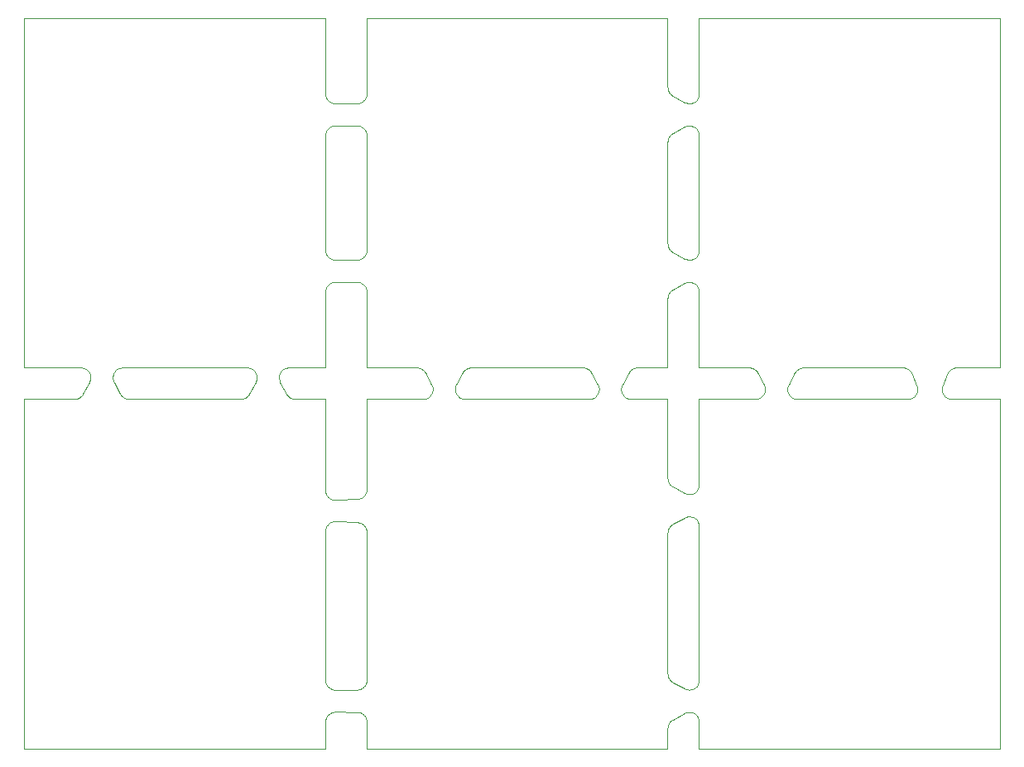
<source format=gko>
%MOIN*%
%OFA0B0*%
%FSLAX44Y44*%
%IPPOS*%
%LPD*%
%ADD10C,0*%
D10*
X00004246Y00023972D02*
X00004246Y00023972D01*
X00004225Y00023973D01*
X00004204Y00023974D01*
X00004183Y00023977D01*
X00004162Y00023981D01*
X00004141Y00023986D01*
X00004121Y00023993D01*
X00004101Y00024000D01*
X00004081Y00024008D01*
X00004062Y00024018D01*
X00004044Y00024028D01*
X00004026Y00024040D01*
X00004009Y00024052D01*
X00003992Y00024065D01*
X00003976Y00024079D01*
X00003961Y00024094D01*
X00003947Y00024110D01*
X00003934Y00024127D01*
X00003921Y00024144D01*
X00003910Y00024162D01*
X00003899Y00024180D01*
X00003645Y00024657D01*
X00003627Y00024694D01*
X00003614Y00024732D01*
X00003605Y00024772D01*
X00003599Y00024812D01*
X00003598Y00024853D01*
X00003601Y00024893D01*
X00003609Y00024933D01*
X00003620Y00024972D01*
X00003635Y00025009D01*
X00003654Y00025045D01*
X00003677Y00025079D01*
X00003703Y00025110D01*
X00003732Y00025138D01*
X00003764Y00025163D01*
X00003798Y00025185D01*
X00003834Y00025203D01*
X00003872Y00025218D01*
X00003911Y00025228D01*
X00003951Y00025234D01*
X00003992Y00025236D01*
X00008999Y00025236D01*
X00009040Y00025234D01*
X00009080Y00025228D01*
X00009119Y00025218D01*
X00009157Y00025203D01*
X00009193Y00025185D01*
X00009227Y00025163D01*
X00009259Y00025138D01*
X00009288Y00025110D01*
X00009314Y00025079D01*
X00009337Y00025045D01*
X00009356Y00025009D01*
X00009371Y00024972D01*
X00009382Y00024933D01*
X00009390Y00024893D01*
X00009393Y00024853D01*
X00009392Y00024812D01*
X00009386Y00024772D01*
X00009377Y00024732D01*
X00009364Y00024694D01*
X00009347Y00024657D01*
X00009092Y00024180D01*
X00009082Y00024162D01*
X00009070Y00024144D01*
X00009058Y00024127D01*
X00009044Y00024110D01*
X00009030Y00024094D01*
X00009015Y00024079D01*
X00008999Y00024065D01*
X00008982Y00024052D01*
X00008965Y00024040D01*
X00008947Y00024028D01*
X00008929Y00024018D01*
X00008910Y00024008D01*
X00008890Y00024000D01*
X00008870Y00023993D01*
X00008850Y00023986D01*
X00008829Y00023981D01*
X00008808Y00023977D01*
X00008787Y00023974D01*
X00008766Y00023973D01*
X00008745Y00023972D01*
X00004246Y00023972D01*
X00025939Y00034336D02*
X00025939Y00034336D01*
X00025940Y00034357D01*
X00025941Y00034378D01*
X00025944Y00034400D01*
X00025948Y00034420D01*
X00025953Y00034441D01*
X00025960Y00034462D01*
X00025967Y00034482D01*
X00025975Y00034501D01*
X00025985Y00034520D01*
X00025995Y00034539D01*
X00026007Y00034557D01*
X00026019Y00034574D01*
X00026033Y00034591D01*
X00026047Y00034607D01*
X00026062Y00034622D01*
X00026078Y00034636D01*
X00026094Y00034649D01*
X00026112Y00034662D01*
X00026130Y00034673D01*
X00026148Y00034684D01*
X00026627Y00034937D01*
X00026663Y00034955D01*
X00026702Y00034968D01*
X00026741Y00034977D01*
X00026781Y00034982D01*
X00026822Y00034983D01*
X00026862Y00034980D01*
X00026902Y00034973D01*
X00026941Y00034961D01*
X00026978Y00034946D01*
X00027014Y00034927D01*
X00027048Y00034904D01*
X00027079Y00034878D01*
X00027107Y00034849D01*
X00027132Y00034818D01*
X00027154Y00034784D01*
X00027172Y00034747D01*
X00027186Y00034709D01*
X00027197Y00034670D01*
X00027203Y00034630D01*
X00027205Y00034590D01*
X00027205Y00029976D01*
X00027203Y00029936D01*
X00027197Y00029896D01*
X00027186Y00029857D01*
X00027172Y00029819D01*
X00027154Y00029782D01*
X00027132Y00029748D01*
X00027107Y00029716D01*
X00027079Y00029687D01*
X00027048Y00029661D01*
X00027014Y00029639D01*
X00026978Y00029620D01*
X00026941Y00029604D01*
X00026902Y00029593D01*
X00026862Y00029586D01*
X00026822Y00029583D01*
X00026781Y00029584D01*
X00026741Y00029589D01*
X00026702Y00029598D01*
X00026663Y00029611D01*
X00026627Y00029628D01*
X00026148Y00029882D01*
X00026130Y00029893D01*
X00026112Y00029904D01*
X00026094Y00029917D01*
X00026078Y00029930D01*
X00026062Y00029944D01*
X00026047Y00029959D01*
X00026033Y00029975D01*
X00026019Y00029992D01*
X00026007Y00030009D01*
X00025995Y00030027D01*
X00025985Y00030046D01*
X00025975Y00030065D01*
X00025967Y00030084D01*
X00025960Y00030104D01*
X00025953Y00030125D01*
X00025948Y00030145D01*
X00025944Y00030166D01*
X00025941Y00030188D01*
X00025940Y00030209D01*
X00025939Y00030230D01*
X00025939Y00034336D01*
X00012160Y00034594D02*
X00012160Y00034594D01*
X00012161Y00034625D01*
X00012164Y00034656D01*
X00012170Y00034687D01*
X00012179Y00034716D01*
X00012190Y00034746D01*
X00012203Y00034774D01*
X00012218Y00034801D01*
X00012235Y00034826D01*
X00012254Y00034851D01*
X00012276Y00034874D01*
X00012298Y00034894D01*
X00012323Y00034914D01*
X00012349Y00034931D01*
X00012376Y00034946D01*
X00012404Y00034959D01*
X00012433Y00034969D01*
X00012463Y00034978D01*
X00012493Y00034984D01*
X00012524Y00034987D01*
X00012555Y00034988D01*
X00013427Y00034983D01*
X00013458Y00034982D01*
X00013489Y00034978D01*
X00013519Y00034972D01*
X00013549Y00034964D01*
X00013577Y00034953D01*
X00013605Y00034940D01*
X00013632Y00034925D01*
X00013658Y00034907D01*
X00013682Y00034888D01*
X00013704Y00034867D01*
X00013725Y00034845D01*
X00013744Y00034820D01*
X00013761Y00034795D01*
X00013776Y00034768D01*
X00013789Y00034740D01*
X00013800Y00034711D01*
X00013808Y00034681D01*
X00013814Y00034651D01*
X00013818Y00034620D01*
X00013819Y00034590D01*
X00013819Y00029976D01*
X00013818Y00029945D01*
X00013814Y00029915D01*
X00013808Y00029885D01*
X00013800Y00029855D01*
X00013789Y00029826D01*
X00013776Y00029798D01*
X00013761Y00029771D01*
X00013744Y00029745D01*
X00013725Y00029721D01*
X00013704Y00029699D01*
X00013682Y00029678D01*
X00013658Y00029658D01*
X00013632Y00029641D01*
X00013605Y00029626D01*
X00013577Y00029613D01*
X00013549Y00029602D01*
X00013519Y00029594D01*
X00013489Y00029588D01*
X00013458Y00029584D01*
X00013427Y00029583D01*
X00012555Y00029578D01*
X00012524Y00029579D01*
X00012493Y00029582D01*
X00012463Y00029588D01*
X00012433Y00029597D01*
X00012404Y00029607D01*
X00012376Y00029620D01*
X00012349Y00029635D01*
X00012323Y00029652D01*
X00012298Y00029671D01*
X00012276Y00029692D01*
X00012254Y00029715D01*
X00012235Y00029739D01*
X00012218Y00029765D01*
X00012203Y00029792D01*
X00012190Y00029820D01*
X00012179Y00029849D01*
X00012170Y00029879D01*
X00012164Y00029910D01*
X00012161Y00029941D01*
X00012160Y00029972D01*
X00012160Y00034594D01*
X00010939Y00023972D02*
X00010939Y00023972D01*
X00010918Y00023973D01*
X00010897Y00023974D01*
X00010876Y00023977D01*
X00010855Y00023981D01*
X00010834Y00023986D01*
X00010814Y00023993D01*
X00010794Y00024000D01*
X00010774Y00024008D01*
X00010755Y00024018D01*
X00010737Y00024028D01*
X00010719Y00024040D01*
X00010702Y00024052D01*
X00010685Y00024065D01*
X00010669Y00024079D01*
X00010654Y00024094D01*
X00010640Y00024110D01*
X00010626Y00024127D01*
X00010614Y00024144D01*
X00010602Y00024162D01*
X00010592Y00024180D01*
X00010338Y00024657D01*
X00010320Y00024694D01*
X00010307Y00024732D01*
X00010298Y00024772D01*
X00010292Y00024812D01*
X00010291Y00024853D01*
X00010294Y00024893D01*
X00010302Y00024933D01*
X00010313Y00024972D01*
X00010328Y00025009D01*
X00010347Y00025045D01*
X00010370Y00025079D01*
X00010396Y00025110D01*
X00010425Y00025138D01*
X00010457Y00025163D01*
X00010491Y00025185D01*
X00010527Y00025203D01*
X00010565Y00025218D01*
X00010604Y00025228D01*
X00010644Y00025234D01*
X00010685Y00025236D01*
X00012160Y00025236D01*
X00012160Y00028295D01*
X00012161Y00028326D01*
X00012164Y00028357D01*
X00012170Y00028387D01*
X00012179Y00028417D01*
X00012190Y00028446D01*
X00012203Y00028474D01*
X00012218Y00028502D01*
X00012235Y00028527D01*
X00012254Y00028552D01*
X00012276Y00028574D01*
X00012298Y00028595D01*
X00012323Y00028614D01*
X00012349Y00028632D01*
X00012376Y00028647D01*
X00012404Y00028659D01*
X00012433Y00028670D01*
X00012463Y00028678D01*
X00012493Y00028684D01*
X00012524Y00028688D01*
X00012555Y00028689D01*
X00013427Y00028684D01*
X00013458Y00028683D01*
X00013489Y00028679D01*
X00013519Y00028673D01*
X00013549Y00028664D01*
X00013577Y00028654D01*
X00013605Y00028641D01*
X00013632Y00028625D01*
X00013658Y00028608D01*
X00013682Y00028589D01*
X00013704Y00028568D01*
X00013725Y00028545D01*
X00013744Y00028521D01*
X00013761Y00028496D01*
X00013776Y00028469D01*
X00013789Y00028441D01*
X00013800Y00028412D01*
X00013808Y00028382D01*
X00013814Y00028352D01*
X00013818Y00028321D01*
X00013819Y00028291D01*
X00013819Y00025236D01*
X00015830Y00025236D01*
X00015851Y00025236D01*
X00015872Y00025234D01*
X00015893Y00025231D01*
X00015914Y00025227D01*
X00015934Y00025222D01*
X00015955Y00025216D01*
X00015974Y00025209D01*
X00015994Y00025201D01*
X00016013Y00025191D01*
X00016031Y00025181D01*
X00016049Y00025170D01*
X00016066Y00025157D01*
X00016083Y00025144D01*
X00016099Y00025130D01*
X00016114Y00025116D01*
X00016128Y00025100D01*
X00016141Y00025084D01*
X00016154Y00025066D01*
X00016165Y00025049D01*
X00016176Y00025030D01*
X00016435Y00024554D01*
X00016452Y00024517D01*
X00016466Y00024479D01*
X00016476Y00024439D01*
X00016481Y00024399D01*
X00016483Y00024358D01*
X00016480Y00024317D01*
X00016473Y00024277D01*
X00016461Y00024238D01*
X00016446Y00024200D01*
X00016427Y00024164D01*
X00016405Y00024131D01*
X00016379Y00024099D01*
X00016350Y00024071D01*
X00016318Y00024045D01*
X00016284Y00024023D01*
X00016247Y00024005D01*
X00016209Y00023991D01*
X00016170Y00023980D01*
X00016130Y00023974D01*
X00016089Y00023972D01*
X00013819Y00023972D01*
X00013819Y00020337D01*
X00013818Y00020307D01*
X00013815Y00020277D01*
X00013809Y00020248D01*
X00013801Y00020219D01*
X00013791Y00020191D01*
X00013779Y00020164D01*
X00013765Y00020138D01*
X00013749Y00020112D01*
X00013731Y00020089D01*
X00013711Y00020066D01*
X00013690Y00020045D01*
X00013667Y00020026D01*
X00013643Y00020009D01*
X00013617Y00019993D01*
X00013591Y00019980D01*
X00013563Y00019968D01*
X00013535Y00019959D01*
X00013506Y00019951D01*
X00013476Y00019946D01*
X00013447Y00019944D01*
X00012574Y00019897D01*
X00012542Y00019896D01*
X00012511Y00019898D01*
X00012479Y00019903D01*
X00012448Y00019910D01*
X00012417Y00019920D01*
X00012388Y00019932D01*
X00012359Y00019947D01*
X00012332Y00019964D01*
X00012307Y00019983D01*
X00012282Y00020004D01*
X00012260Y00020027D01*
X00012240Y00020051D01*
X00012221Y00020078D01*
X00012205Y00020105D01*
X00012192Y00020134D01*
X00012180Y00020164D01*
X00012171Y00020195D01*
X00012165Y00020226D01*
X00012161Y00020258D01*
X00012160Y00020290D01*
X00012160Y00023972D01*
X00010939Y00023972D01*
X00024461Y00023972D02*
X00024461Y00023972D01*
X00024421Y00023974D01*
X00024380Y00023980D01*
X00024341Y00023991D01*
X00024303Y00024005D01*
X00024267Y00024023D01*
X00024232Y00024045D01*
X00024200Y00024071D01*
X00024171Y00024099D01*
X00024145Y00024131D01*
X00024123Y00024164D01*
X00024104Y00024200D01*
X00024089Y00024238D01*
X00024078Y00024277D01*
X00024071Y00024317D01*
X00024068Y00024358D01*
X00024069Y00024399D01*
X00024074Y00024439D01*
X00024084Y00024479D01*
X00024098Y00024517D01*
X00024115Y00024554D01*
X00024374Y00025030D01*
X00024385Y00025049D01*
X00024396Y00025066D01*
X00024409Y00025084D01*
X00024422Y00025100D01*
X00024436Y00025116D01*
X00024451Y00025130D01*
X00024467Y00025144D01*
X00024484Y00025157D01*
X00024501Y00025170D01*
X00024519Y00025181D01*
X00024537Y00025191D01*
X00024556Y00025201D01*
X00024576Y00025209D01*
X00024596Y00025216D01*
X00024616Y00025222D01*
X00024636Y00025227D01*
X00024657Y00025231D01*
X00024678Y00025234D01*
X00024699Y00025236D01*
X00024720Y00025236D01*
X00025939Y00025236D01*
X00025939Y00028037D01*
X00025940Y00028058D01*
X00025941Y00028079D01*
X00025944Y00028100D01*
X00025948Y00028121D01*
X00025953Y00028142D01*
X00025960Y00028162D01*
X00025967Y00028182D01*
X00025975Y00028202D01*
X00025985Y00028221D01*
X00025995Y00028240D01*
X00026007Y00028258D01*
X00026019Y00028275D01*
X00026033Y00028291D01*
X00026047Y00028307D01*
X00026062Y00028322D01*
X00026078Y00028337D01*
X00026094Y00028350D01*
X00026112Y00028362D01*
X00026130Y00028374D01*
X00026148Y00028384D01*
X00026627Y00028638D01*
X00026663Y00028655D01*
X00026702Y00028669D01*
X00026741Y00028678D01*
X00026781Y00028683D01*
X00026822Y00028684D01*
X00026862Y00028681D01*
X00026902Y00028674D01*
X00026941Y00028662D01*
X00026978Y00028647D01*
X00027014Y00028628D01*
X00027048Y00028605D01*
X00027079Y00028579D01*
X00027107Y00028550D01*
X00027132Y00028518D01*
X00027154Y00028484D01*
X00027172Y00028448D01*
X00027186Y00028410D01*
X00027197Y00028371D01*
X00027203Y00028331D01*
X00027205Y00028291D01*
X00027205Y00025236D01*
X00029216Y00025236D01*
X00029237Y00025236D01*
X00029258Y00025234D01*
X00029279Y00025231D01*
X00029300Y00025227D01*
X00029320Y00025222D01*
X00029340Y00025216D01*
X00029360Y00025209D01*
X00029380Y00025201D01*
X00029399Y00025191D01*
X00029417Y00025181D01*
X00029435Y00025170D01*
X00029452Y00025157D01*
X00029469Y00025144D01*
X00029485Y00025130D01*
X00029500Y00025116D01*
X00029514Y00025100D01*
X00029527Y00025084D01*
X00029540Y00025066D01*
X00029551Y00025049D01*
X00029562Y00025030D01*
X00029821Y00024554D01*
X00029838Y00024517D01*
X00029852Y00024479D01*
X00029862Y00024439D01*
X00029867Y00024399D01*
X00029868Y00024358D01*
X00029866Y00024317D01*
X00029858Y00024277D01*
X00029847Y00024238D01*
X00029832Y00024200D01*
X00029813Y00024164D01*
X00029791Y00024131D01*
X00029765Y00024099D01*
X00029736Y00024071D01*
X00029704Y00024045D01*
X00029669Y00024023D01*
X00029633Y00024005D01*
X00029595Y00023991D01*
X00029556Y00023980D01*
X00029515Y00023974D01*
X00029475Y00023972D01*
X00027205Y00023972D01*
X00027205Y00020527D01*
X00027203Y00020487D01*
X00027197Y00020447D01*
X00027186Y00020408D01*
X00027172Y00020370D01*
X00027154Y00020334D01*
X00027132Y00020299D01*
X00027107Y00020268D01*
X00027079Y00020239D01*
X00027048Y00020213D01*
X00027014Y00020190D01*
X00026978Y00020171D01*
X00026941Y00020156D01*
X00026902Y00020144D01*
X00026862Y00020137D01*
X00026822Y00020134D01*
X00026781Y00020135D01*
X00026741Y00020140D01*
X00026702Y00020149D01*
X00026663Y00020163D01*
X00026627Y00020180D01*
X00026148Y00020433D01*
X00026130Y00020444D01*
X00026112Y00020455D01*
X00026094Y00020468D01*
X00026078Y00020481D01*
X00026062Y00020496D01*
X00026047Y00020511D01*
X00026033Y00020526D01*
X00026019Y00020543D01*
X00026007Y00020560D01*
X00025995Y00020578D01*
X00025985Y00020597D01*
X00025975Y00020616D01*
X00025967Y00020636D01*
X00025960Y00020656D01*
X00025953Y00020676D01*
X00025948Y00020697D01*
X00025944Y00020718D01*
X00025941Y00020739D01*
X00025940Y00020760D01*
X00025939Y00020781D01*
X00025939Y00023972D01*
X00024461Y00023972D01*
X00013819Y00012653D02*
X00013819Y00012653D01*
X00013818Y00012623D01*
X00013814Y00012592D01*
X00013808Y00012562D01*
X00013800Y00012532D01*
X00013789Y00012503D01*
X00013776Y00012475D01*
X00013761Y00012448D01*
X00013744Y00012423D01*
X00013725Y00012398D01*
X00013704Y00012376D01*
X00013682Y00012355D01*
X00013658Y00012336D01*
X00013632Y00012318D01*
X00013605Y00012303D01*
X00013577Y00012290D01*
X00013549Y00012279D01*
X00013519Y00012271D01*
X00013489Y00012265D01*
X00013458Y00012261D01*
X00013427Y00012260D01*
X00012555Y00012255D01*
X00012524Y00012256D01*
X00012493Y00012260D01*
X00012463Y00012265D01*
X00012433Y00012274D01*
X00012404Y00012284D01*
X00012376Y00012297D01*
X00012349Y00012312D01*
X00012323Y00012329D01*
X00012298Y00012349D01*
X00012276Y00012370D01*
X00012254Y00012392D01*
X00012235Y00012417D01*
X00012218Y00012442D01*
X00012203Y00012469D01*
X00012190Y00012498D01*
X00012179Y00012527D01*
X00012170Y00012557D01*
X00012164Y00012587D01*
X00012161Y00012618D01*
X00012160Y00012649D01*
X00012160Y00018657D01*
X00012161Y00018689D01*
X00012165Y00018721D01*
X00012171Y00018752D01*
X00012180Y00018783D01*
X00012192Y00018813D01*
X00012205Y00018842D01*
X00012221Y00018869D01*
X00012240Y00018895D01*
X00012260Y00018920D01*
X00012282Y00018943D01*
X00012307Y00018964D01*
X00012332Y00018983D01*
X00012359Y00019000D01*
X00012388Y00019014D01*
X00012417Y00019027D01*
X00012448Y00019036D01*
X00012479Y00019044D01*
X00012511Y00019049D01*
X00012542Y00019051D01*
X00012574Y00019050D01*
X00013447Y00019003D01*
X00013476Y00019000D01*
X00013506Y00018995D01*
X00013535Y00018988D01*
X00013563Y00018979D01*
X00013591Y00018967D01*
X00013617Y00018954D01*
X00013643Y00018938D01*
X00013667Y00018921D01*
X00013690Y00018902D01*
X00013711Y00018881D01*
X00013731Y00018858D01*
X00013749Y00018834D01*
X00013765Y00018809D01*
X00013779Y00018783D01*
X00013791Y00018756D01*
X00013801Y00018728D01*
X00013809Y00018699D01*
X00013815Y00018669D01*
X00013818Y00018640D01*
X00013819Y00018610D01*
X00013819Y00012653D01*
X00027205Y00012653D02*
X00027205Y00012653D01*
X00027203Y00012613D01*
X00027197Y00012573D01*
X00027186Y00012534D01*
X00027172Y00012496D01*
X00027154Y00012460D01*
X00027132Y00012425D01*
X00027107Y00012394D01*
X00027079Y00012365D01*
X00027048Y00012339D01*
X00027014Y00012316D01*
X00026978Y00012297D01*
X00026941Y00012282D01*
X00026902Y00012270D01*
X00026862Y00012263D01*
X00026822Y00012260D01*
X00026781Y00012261D01*
X00026741Y00012266D01*
X00026702Y00012275D01*
X00026663Y00012288D01*
X00026627Y00012306D01*
X00026148Y00012559D01*
X00026130Y00012570D01*
X00026112Y00012581D01*
X00026094Y00012594D01*
X00026078Y00012607D01*
X00026062Y00012621D01*
X00026047Y00012637D01*
X00026033Y00012652D01*
X00026019Y00012669D01*
X00026007Y00012686D01*
X00025995Y00012704D01*
X00025985Y00012723D01*
X00025975Y00012742D01*
X00025967Y00012762D01*
X00025960Y00012782D01*
X00025953Y00012802D01*
X00025948Y00012823D01*
X00025944Y00012844D01*
X00025941Y00012865D01*
X00025940Y00012886D01*
X00025939Y00012907D01*
X00025939Y00018588D01*
X00025940Y00018609D01*
X00025941Y00018630D01*
X00025944Y00018651D01*
X00025948Y00018672D01*
X00025953Y00018693D01*
X00025960Y00018713D01*
X00025967Y00018734D01*
X00025975Y00018753D01*
X00025985Y00018772D01*
X00025995Y00018791D01*
X00026007Y00018809D01*
X00026019Y00018826D01*
X00026033Y00018843D01*
X00026047Y00018859D01*
X00026062Y00018874D01*
X00026078Y00018888D01*
X00026094Y00018901D01*
X00026112Y00018914D01*
X00026130Y00018925D01*
X00026148Y00018936D01*
X00026627Y00019189D01*
X00026663Y00019207D01*
X00026702Y00019220D01*
X00026741Y00019229D01*
X00026781Y00019234D01*
X00026822Y00019235D01*
X00026862Y00019232D01*
X00026902Y00019225D01*
X00026941Y00019213D01*
X00026978Y00019198D01*
X00027014Y00019179D01*
X00027048Y00019156D01*
X00027079Y00019130D01*
X00027107Y00019101D01*
X00027132Y00019070D01*
X00027154Y00019035D01*
X00027172Y00018999D01*
X00027186Y00018961D01*
X00027197Y00018922D01*
X00027203Y00018882D01*
X00027205Y00018842D01*
X00027205Y00012653D01*
X00031154Y00023972D02*
X00031154Y00023972D01*
X00031113Y00023974D01*
X00031073Y00023980D01*
X00031034Y00023991D01*
X00030996Y00024005D01*
X00030960Y00024023D01*
X00030925Y00024045D01*
X00030893Y00024071D01*
X00030864Y00024099D01*
X00030838Y00024131D01*
X00030816Y00024164D01*
X00030797Y00024200D01*
X00030782Y00024238D01*
X00030770Y00024277D01*
X00030763Y00024317D01*
X00030761Y00024358D01*
X00030762Y00024399D01*
X00030767Y00024439D01*
X00030777Y00024479D01*
X00030791Y00024517D01*
X00030808Y00024554D01*
X00031067Y00025030D01*
X00031078Y00025049D01*
X00031089Y00025066D01*
X00031102Y00025084D01*
X00031115Y00025100D01*
X00031129Y00025116D01*
X00031144Y00025130D01*
X00031160Y00025144D01*
X00031177Y00025157D01*
X00031194Y00025170D01*
X00031212Y00025181D01*
X00031230Y00025191D01*
X00031249Y00025201D01*
X00031269Y00025209D01*
X00031288Y00025216D01*
X00031309Y00025222D01*
X00031329Y00025227D01*
X00031350Y00025231D01*
X00031371Y00025234D01*
X00031392Y00025236D01*
X00031413Y00025236D01*
X00035413Y00025236D01*
X00035436Y00025236D01*
X00035460Y00025234D01*
X00035483Y00025230D01*
X00035506Y00025225D01*
X00035528Y00025219D01*
X00035551Y00025211D01*
X00035572Y00025203D01*
X00035594Y00025192D01*
X00035614Y00025181D01*
X00035634Y00025168D01*
X00035653Y00025155D01*
X00035671Y00025140D01*
X00035688Y00025124D01*
X00035705Y00025107D01*
X00035720Y00025089D01*
X00035734Y00025070D01*
X00035747Y00025051D01*
X00035759Y00025031D01*
X00035769Y00025010D01*
X00035779Y00024988D01*
X00035968Y00024511D01*
X00035981Y00024475D01*
X00035989Y00024438D01*
X00035995Y00024400D01*
X00035996Y00024361D01*
X00035994Y00024323D01*
X00035988Y00024285D01*
X00035978Y00024248D01*
X00035965Y00024212D01*
X00035948Y00024177D01*
X00035928Y00024145D01*
X00035905Y00024114D01*
X00035879Y00024086D01*
X00035851Y00024060D01*
X00035820Y00024037D01*
X00035787Y00024018D01*
X00035752Y00024002D01*
X00035716Y00023989D01*
X00035679Y00023979D01*
X00035641Y00023974D01*
X00035602Y00023972D01*
X00031154Y00023972D01*
X00017768Y00023972D02*
X00017768Y00023972D01*
X00017728Y00023974D01*
X00017687Y00023980D01*
X00017648Y00023991D01*
X00017610Y00024005D01*
X00017574Y00024023D01*
X00017539Y00024045D01*
X00017508Y00024071D01*
X00017479Y00024099D01*
X00017453Y00024131D01*
X00017430Y00024164D01*
X00017411Y00024200D01*
X00017396Y00024238D01*
X00017385Y00024277D01*
X00017378Y00024317D01*
X00017375Y00024358D01*
X00017376Y00024399D01*
X00017381Y00024439D01*
X00017391Y00024479D01*
X00017405Y00024517D01*
X00017422Y00024554D01*
X00017681Y00025030D01*
X00017692Y00025049D01*
X00017703Y00025066D01*
X00017716Y00025084D01*
X00017729Y00025100D01*
X00017743Y00025116D01*
X00017758Y00025130D01*
X00017774Y00025144D01*
X00017791Y00025157D01*
X00017808Y00025170D01*
X00017826Y00025181D01*
X00017844Y00025191D01*
X00017863Y00025201D01*
X00017883Y00025209D01*
X00017903Y00025216D01*
X00017923Y00025222D01*
X00017943Y00025227D01*
X00017964Y00025231D01*
X00017985Y00025234D01*
X00018006Y00025236D01*
X00018027Y00025236D01*
X00022523Y00025236D01*
X00022544Y00025236D01*
X00022565Y00025234D01*
X00022586Y00025231D01*
X00022607Y00025227D01*
X00022627Y00025222D01*
X00022648Y00025216D01*
X00022667Y00025209D01*
X00022687Y00025201D01*
X00022706Y00025191D01*
X00022724Y00025181D01*
X00022742Y00025170D01*
X00022759Y00025157D01*
X00022776Y00025144D01*
X00022792Y00025130D01*
X00022807Y00025116D01*
X00022821Y00025100D01*
X00022834Y00025084D01*
X00022847Y00025066D01*
X00022858Y00025049D01*
X00022869Y00025030D01*
X00023128Y00024554D01*
X00023145Y00024517D01*
X00023159Y00024479D01*
X00023169Y00024439D01*
X00023174Y00024399D01*
X00023175Y00024358D01*
X00023173Y00024317D01*
X00023166Y00024277D01*
X00023154Y00024238D01*
X00023139Y00024200D01*
X00023120Y00024164D01*
X00023098Y00024131D01*
X00023072Y00024099D01*
X00023043Y00024071D01*
X00023011Y00024045D01*
X00022976Y00024023D01*
X00022940Y00024005D01*
X00022902Y00023991D01*
X00022863Y00023980D01*
X00022823Y00023974D01*
X00022782Y00023972D01*
X00017768Y00023972D01*
X00002306Y00025236D02*
X00002306Y00025236D01*
X00002347Y00025234D01*
X00002387Y00025228D01*
X00002426Y00025218D01*
X00002464Y00025203D01*
X00002500Y00025185D01*
X00002534Y00025163D01*
X00002566Y00025138D01*
X00002595Y00025110D01*
X00002621Y00025079D01*
X00002644Y00025045D01*
X00002663Y00025009D01*
X00002678Y00024972D01*
X00002689Y00024933D01*
X00002697Y00024893D01*
X00002700Y00024853D01*
X00002699Y00024812D01*
X00002694Y00024772D01*
X00002684Y00024732D01*
X00002671Y00024694D01*
X00002654Y00024657D01*
X00002399Y00024180D01*
X00002389Y00024162D01*
X00002377Y00024144D01*
X00002365Y00024127D01*
X00002351Y00024110D01*
X00002337Y00024094D01*
X00002322Y00024079D01*
X00002306Y00024065D01*
X00002290Y00024052D01*
X00002272Y00024040D01*
X00002254Y00024028D01*
X00002236Y00024018D01*
X00002217Y00024008D01*
X00002197Y00024000D01*
X00002177Y00023993D01*
X00002157Y00023986D01*
X00002136Y00023981D01*
X00002115Y00023977D01*
X00002094Y00023974D01*
X00002073Y00023973D01*
X00002052Y00023972D01*
X00000039Y00023972D01*
X00000039Y00009882D01*
X00012160Y00009882D01*
X00012160Y00010972D01*
X00012161Y00011003D01*
X00012164Y00011034D01*
X00012170Y00011065D01*
X00012179Y00011094D01*
X00012190Y00011123D01*
X00012203Y00011152D01*
X00012218Y00011179D01*
X00012235Y00011204D01*
X00012254Y00011229D01*
X00012276Y00011251D01*
X00012298Y00011272D01*
X00012323Y00011292D01*
X00012349Y00011309D01*
X00012376Y00011324D01*
X00012404Y00011337D01*
X00012433Y00011347D01*
X00012463Y00011356D01*
X00012493Y00011361D01*
X00012524Y00011365D01*
X00012555Y00011366D01*
X00013427Y00011361D01*
X00013458Y00011360D01*
X00013489Y00011356D01*
X00013519Y00011350D01*
X00013549Y00011342D01*
X00013577Y00011331D01*
X00013605Y00011318D01*
X00013632Y00011303D01*
X00013658Y00011285D01*
X00013682Y00011266D01*
X00013704Y00011245D01*
X00013725Y00011223D01*
X00013744Y00011198D01*
X00013761Y00011173D01*
X00013776Y00011146D01*
X00013789Y00011118D01*
X00013800Y00011089D01*
X00013808Y00011059D01*
X00013814Y00011029D01*
X00013818Y00010998D01*
X00013819Y00010968D01*
X00013819Y00009882D01*
X00025939Y00009882D01*
X00025939Y00010714D01*
X00025940Y00010735D01*
X00025941Y00010756D01*
X00025944Y00010777D01*
X00025948Y00010798D01*
X00025953Y00010819D01*
X00025960Y00010839D01*
X00025967Y00010859D01*
X00025975Y00010879D01*
X00025985Y00010898D01*
X00025995Y00010917D01*
X00026007Y00010935D01*
X00026019Y00010952D01*
X00026033Y00010969D01*
X00026047Y00010984D01*
X00026062Y00011000D01*
X00026078Y00011014D01*
X00026094Y00011027D01*
X00026112Y00011040D01*
X00026130Y00011051D01*
X00026148Y00011062D01*
X00026627Y00011315D01*
X00026663Y00011333D01*
X00026702Y00011346D01*
X00026741Y00011355D01*
X00026781Y00011360D01*
X00026822Y00011361D01*
X00026862Y00011358D01*
X00026902Y00011351D01*
X00026941Y00011339D01*
X00026978Y00011324D01*
X00027014Y00011305D01*
X00027048Y00011282D01*
X00027079Y00011256D01*
X00027107Y00011227D01*
X00027132Y00011196D01*
X00027154Y00011161D01*
X00027172Y00011125D01*
X00027186Y00011087D01*
X00027197Y00011048D01*
X00027203Y00011008D01*
X00027205Y00010968D01*
X00027205Y00009882D01*
X00039325Y00009882D01*
X00039325Y00023972D01*
X00037377Y00023972D01*
X00037339Y00023974D01*
X00037301Y00023979D01*
X00037264Y00023989D01*
X00037228Y00024002D01*
X00037193Y00024018D01*
X00037160Y00024037D01*
X00037129Y00024060D01*
X00037100Y00024086D01*
X00037074Y00024114D01*
X00037051Y00024145D01*
X00037031Y00024177D01*
X00037015Y00024212D01*
X00037001Y00024248D01*
X00036992Y00024285D01*
X00036986Y00024323D01*
X00036983Y00024361D01*
X00036985Y00024400D01*
X00036990Y00024438D01*
X00036999Y00024475D01*
X00037011Y00024511D01*
X00037201Y00024988D01*
X00037210Y00025010D01*
X00037221Y00025031D01*
X00037233Y00025051D01*
X00037246Y00025070D01*
X00037260Y00025089D01*
X00037275Y00025107D01*
X00037291Y00025124D01*
X00037308Y00025140D01*
X00037327Y00025155D01*
X00037346Y00025168D01*
X00037365Y00025181D01*
X00037386Y00025192D01*
X00037407Y00025203D01*
X00037429Y00025211D01*
X00037451Y00025219D01*
X00037474Y00025225D01*
X00037497Y00025230D01*
X00037520Y00025234D01*
X00037543Y00025236D01*
X00037567Y00025236D01*
X00039325Y00025236D01*
X00039325Y00039326D01*
X00027205Y00039326D01*
X00027205Y00036275D01*
X00027203Y00036235D01*
X00027197Y00036195D01*
X00027186Y00036156D01*
X00027172Y00036118D01*
X00027154Y00036082D01*
X00027132Y00036047D01*
X00027107Y00036016D01*
X00027079Y00035987D01*
X00027048Y00035961D01*
X00027014Y00035938D01*
X00026978Y00035919D01*
X00026941Y00035904D01*
X00026902Y00035892D01*
X00026862Y00035885D01*
X00026822Y00035882D01*
X00026781Y00035883D01*
X00026741Y00035888D01*
X00026702Y00035897D01*
X00026663Y00035911D01*
X00026627Y00035928D01*
X00026148Y00036182D01*
X00026130Y00036192D01*
X00026112Y00036203D01*
X00026094Y00036216D01*
X00026078Y00036229D01*
X00026062Y00036244D01*
X00026047Y00036259D01*
X00026033Y00036274D01*
X00026019Y00036291D01*
X00026007Y00036308D01*
X00025995Y00036326D01*
X00025985Y00036345D01*
X00025975Y00036364D01*
X00025967Y00036384D01*
X00025960Y00036404D01*
X00025953Y00036424D01*
X00025948Y00036445D01*
X00025944Y00036466D01*
X00025941Y00036487D01*
X00025940Y00036508D01*
X00025939Y00036529D01*
X00025939Y00039326D01*
X00013819Y00039326D01*
X00013819Y00036275D01*
X00013818Y00036245D01*
X00013814Y00036214D01*
X00013808Y00036184D01*
X00013800Y00036154D01*
X00013789Y00036125D01*
X00013776Y00036097D01*
X00013761Y00036070D01*
X00013744Y00036045D01*
X00013725Y00036020D01*
X00013704Y00035998D01*
X00013682Y00035977D01*
X00013658Y00035958D01*
X00013632Y00035940D01*
X00013605Y00035925D01*
X00013577Y00035912D01*
X00013549Y00035902D01*
X00013519Y00035893D01*
X00013489Y00035887D01*
X00013458Y00035883D01*
X00013427Y00035882D01*
X00012555Y00035877D01*
X00012524Y00035878D01*
X00012493Y00035882D01*
X00012463Y00035888D01*
X00012433Y00035896D01*
X00012404Y00035906D01*
X00012376Y00035919D01*
X00012349Y00035934D01*
X00012323Y00035952D01*
X00012298Y00035971D01*
X00012276Y00035992D01*
X00012254Y00036014D01*
X00012235Y00036039D01*
X00012218Y00036064D01*
X00012203Y00036091D01*
X00012190Y00036120D01*
X00012179Y00036149D01*
X00012170Y00036179D01*
X00012164Y00036209D01*
X00012161Y00036240D01*
X00012160Y00036271D01*
X00012160Y00039326D01*
X00000039Y00039326D01*
X00000039Y00025236D01*
X00002306Y00025236D01*
M02*
</source>
